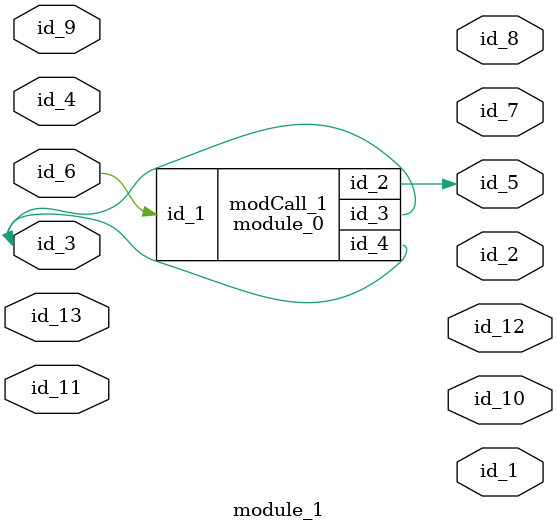
<source format=v>
module module_0 (
    id_1,
    id_2,
    id_3,
    id_4
);
  inout wand id_4;
  inout wire id_3;
  output wire id_2;
  input wire id_1;
  assign id_4 = 1'b0;
endmodule
module module_1 (
    id_1,
    id_2,
    id_3,
    id_4,
    id_5,
    id_6,
    id_7,
    id_8,
    id_9,
    id_10,
    id_11,
    id_12,
    id_13
);
  input wire id_13;
  output wire id_12;
  input wire id_11;
  output wire id_10;
  inout wire id_9;
  output wire id_8;
  output wire id_7;
  input wire id_6;
  output wire id_5;
  input wire id_4;
  inout wire id_3;
  output wire id_2;
  module_0 modCall_1 (
      id_6,
      id_5,
      id_3,
      id_3
  );
  output wire id_1;
  wire id_14;
endmodule

</source>
